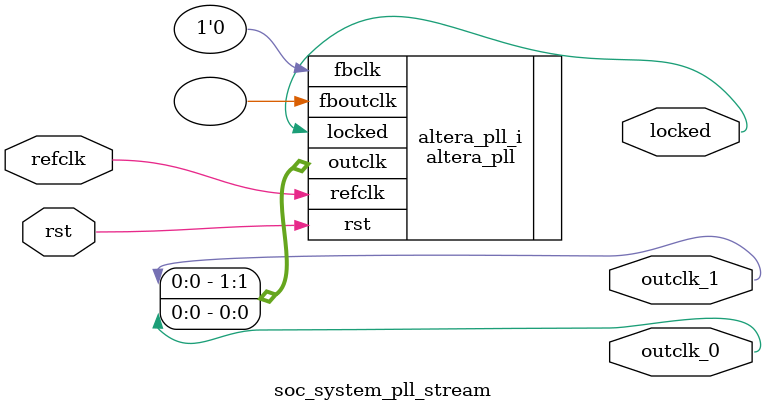
<source format=v>
`timescale 1ns/10ps
module  soc_system_pll_stream(

	// interface 'refclk'
	input wire refclk,

	// interface 'reset'
	input wire rst,

	// interface 'outclk0'
	output wire outclk_0,

	// interface 'outclk1'
	output wire outclk_1,

	// interface 'locked'
	output wire locked
);

	altera_pll #(
		.fractional_vco_multiplier("true"),
		.reference_clock_frequency("50.0 MHz"),
		.operation_mode("normal"),
		.number_of_clocks(2),
		.output_clock_frequency0("130.000000 MHz"),
		.phase_shift0("0 ps"),
		.duty_cycle0(50),
		.output_clock_frequency1("65.000000 MHz"),
		.phase_shift1("0 ps"),
		.duty_cycle1(50),
		.output_clock_frequency2("0 MHz"),
		.phase_shift2("0 ps"),
		.duty_cycle2(50),
		.output_clock_frequency3("0 MHz"),
		.phase_shift3("0 ps"),
		.duty_cycle3(50),
		.output_clock_frequency4("0 MHz"),
		.phase_shift4("0 ps"),
		.duty_cycle4(50),
		.output_clock_frequency5("0 MHz"),
		.phase_shift5("0 ps"),
		.duty_cycle5(50),
		.output_clock_frequency6("0 MHz"),
		.phase_shift6("0 ps"),
		.duty_cycle6(50),
		.output_clock_frequency7("0 MHz"),
		.phase_shift7("0 ps"),
		.duty_cycle7(50),
		.output_clock_frequency8("0 MHz"),
		.phase_shift8("0 ps"),
		.duty_cycle8(50),
		.output_clock_frequency9("0 MHz"),
		.phase_shift9("0 ps"),
		.duty_cycle9(50),
		.output_clock_frequency10("0 MHz"),
		.phase_shift10("0 ps"),
		.duty_cycle10(50),
		.output_clock_frequency11("0 MHz"),
		.phase_shift11("0 ps"),
		.duty_cycle11(50),
		.output_clock_frequency12("0 MHz"),
		.phase_shift12("0 ps"),
		.duty_cycle12(50),
		.output_clock_frequency13("0 MHz"),
		.phase_shift13("0 ps"),
		.duty_cycle13(50),
		.output_clock_frequency14("0 MHz"),
		.phase_shift14("0 ps"),
		.duty_cycle14(50),
		.output_clock_frequency15("0 MHz"),
		.phase_shift15("0 ps"),
		.duty_cycle15(50),
		.output_clock_frequency16("0 MHz"),
		.phase_shift16("0 ps"),
		.duty_cycle16(50),
		.output_clock_frequency17("0 MHz"),
		.phase_shift17("0 ps"),
		.duty_cycle17(50),
		.pll_type("General"),
		.pll_subtype("General")
	) altera_pll_i (
		.rst	(rst),
		.outclk	({outclk_1, outclk_0}),
		.locked	(locked),
		.fboutclk	( ),
		.fbclk	(1'b0),
		.refclk	(refclk)
	);
endmodule


</source>
